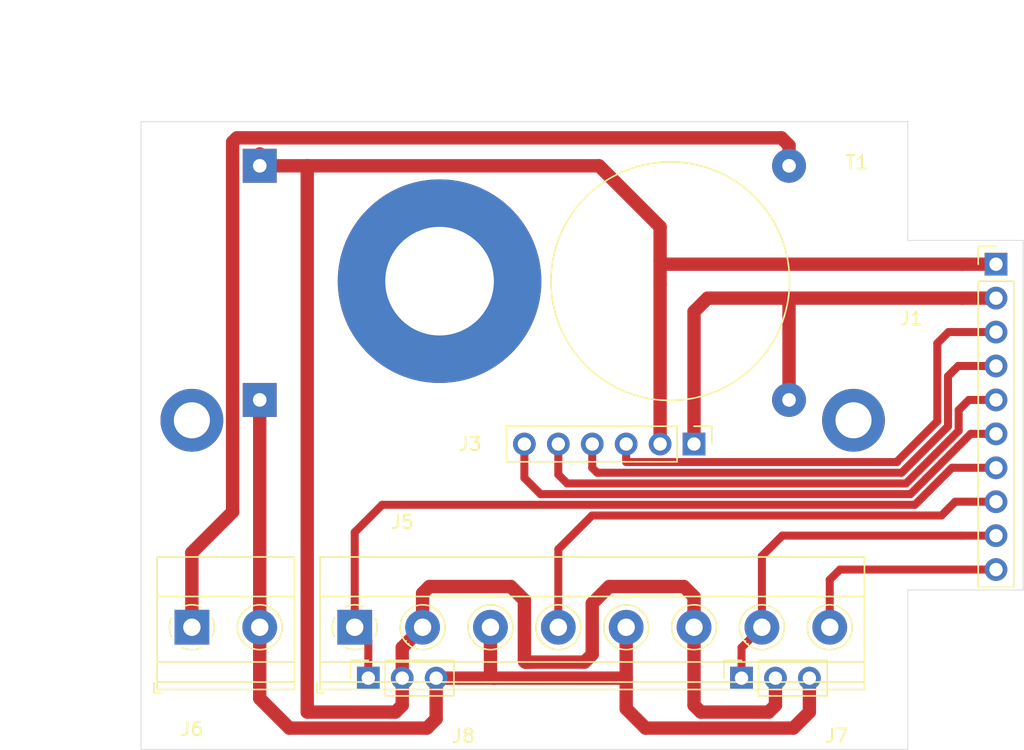
<source format=kicad_pcb>
(kicad_pcb (version 20171130) (host pcbnew "(5.1.7)-1")

  (general
    (thickness 1.6)
    (drawings 17)
    (tracks 117)
    (zones 0)
    (modules 9)
    (nets 12)
  )

  (page A4)
  (layers
    (0 F.Cu signal)
    (31 B.Cu signal)
    (32 B.Adhes user)
    (33 F.Adhes user)
    (34 B.Paste user)
    (35 F.Paste user)
    (36 B.SilkS user)
    (37 F.SilkS user)
    (38 B.Mask user)
    (39 F.Mask user)
    (40 Dwgs.User user)
    (41 Cmts.User user)
    (42 Eco1.User user)
    (43 Eco2.User user)
    (44 Edge.Cuts user)
    (45 Margin user)
    (46 B.CrtYd user)
    (47 F.CrtYd user)
    (48 B.Fab user)
    (49 F.Fab user)
  )

  (setup
    (last_trace_width 0.6)
    (trace_clearance 0.2)
    (zone_clearance 0.508)
    (zone_45_only no)
    (trace_min 0.2)
    (via_size 0.8)
    (via_drill 0.4)
    (via_min_size 0.4)
    (via_min_drill 0.3)
    (uvia_size 0.3)
    (uvia_drill 0.1)
    (uvias_allowed no)
    (uvia_min_size 0.2)
    (uvia_min_drill 0.1)
    (edge_width 0.05)
    (segment_width 0.2)
    (pcb_text_width 0.3)
    (pcb_text_size 1.5 1.5)
    (mod_edge_width 0.12)
    (mod_text_size 1 1)
    (mod_text_width 0.15)
    (pad_size 1.524 1.524)
    (pad_drill 0.762)
    (pad_to_mask_clearance 0)
    (aux_axis_origin 53.34 76.2)
    (visible_elements 7FFFFFFF)
    (pcbplotparams
      (layerselection 0x01080_7fffffff)
      (usegerberextensions false)
      (usegerberattributes true)
      (usegerberadvancedattributes true)
      (creategerberjobfile true)
      (excludeedgelayer true)
      (linewidth 0.100000)
      (plotframeref false)
      (viasonmask false)
      (mode 1)
      (useauxorigin true)
      (hpglpennumber 1)
      (hpglpenspeed 20)
      (hpglpendiameter 15.000000)
      (psnegative false)
      (psa4output false)
      (plotreference true)
      (plotvalue true)
      (plotinvisibletext false)
      (padsonsilk false)
      (subtractmaskfromsilk false)
      (outputformat 1)
      (mirror false)
      (drillshape 0)
      (scaleselection 1)
      (outputdirectory "output/"))
  )

  (net 0 "")
  (net 1 /D45)
  (net 2 /D33)
  (net 3 /A13)
  (net 4 /A11)
  (net 5 /A9)
  (net 6 /A7)
  (net 7 /A5)
  (net 8 /A3)
  (net 9 /GND)
  (net 10 /5V)
  (net 11 /VIN)

  (net_class Default "This is the default net class."
    (clearance 0.2)
    (trace_width 0.6)
    (via_dia 0.8)
    (via_drill 0.4)
    (uvia_dia 0.3)
    (uvia_drill 0.1)
    (add_net /A11)
    (add_net /A13)
    (add_net /A3)
    (add_net /A5)
    (add_net /A7)
    (add_net /A9)
    (add_net /D33)
    (add_net /D45)
  )

  (net_class Power ""
    (clearance 0.2)
    (trace_width 1)
    (via_dia 0.8)
    (via_drill 0.4)
    (uvia_dia 0.3)
    (uvia_drill 0.1)
    (add_net /5V)
    (add_net /GND)
    (add_net /VIN)
  )

  (module Connector_PinSocket_2.54mm:PinSocket_1x03_P2.54mm_Vertical (layer F.Cu) (tedit 5A19A429) (tstamp 5FB8D111)
    (at 98.298 70.866 90)
    (descr "Through hole straight socket strip, 1x03, 2.54mm pitch, single row (from Kicad 4.0.7), script generated")
    (tags "Through hole socket strip THT 1x03 2.54mm single row")
    (path /5FC7D1B1)
    (fp_text reference J7 (at -4.318 7.112 180) (layer F.SilkS)
      (effects (font (size 1 1) (thickness 0.15)))
    )
    (fp_text value RY1 (at -2.794 7.112 180) (layer F.Fab)
      (effects (font (size 1 1) (thickness 0.15)))
    )
    (fp_line (start -1.8 6.85) (end -1.8 -1.8) (layer F.CrtYd) (width 0.05))
    (fp_line (start 1.75 6.85) (end -1.8 6.85) (layer F.CrtYd) (width 0.05))
    (fp_line (start 1.75 -1.8) (end 1.75 6.85) (layer F.CrtYd) (width 0.05))
    (fp_line (start -1.8 -1.8) (end 1.75 -1.8) (layer F.CrtYd) (width 0.05))
    (fp_line (start 0 -1.33) (end 1.33 -1.33) (layer F.SilkS) (width 0.12))
    (fp_line (start 1.33 -1.33) (end 1.33 0) (layer F.SilkS) (width 0.12))
    (fp_line (start 1.33 1.27) (end 1.33 6.41) (layer F.SilkS) (width 0.12))
    (fp_line (start -1.33 6.41) (end 1.33 6.41) (layer F.SilkS) (width 0.12))
    (fp_line (start -1.33 1.27) (end -1.33 6.41) (layer F.SilkS) (width 0.12))
    (fp_line (start -1.33 1.27) (end 1.33 1.27) (layer F.SilkS) (width 0.12))
    (fp_line (start -1.27 6.35) (end -1.27 -1.27) (layer F.Fab) (width 0.1))
    (fp_line (start 1.27 6.35) (end -1.27 6.35) (layer F.Fab) (width 0.1))
    (fp_line (start 1.27 -0.635) (end 1.27 6.35) (layer F.Fab) (width 0.1))
    (fp_line (start 0.635 -1.27) (end 1.27 -0.635) (layer F.Fab) (width 0.1))
    (fp_line (start -1.27 -1.27) (end 0.635 -1.27) (layer F.Fab) (width 0.1))
    (fp_text user %R (at 0 2.54) (layer F.Fab)
      (effects (font (size 1 1) (thickness 0.15)))
    )
    (pad 3 thru_hole oval (at 0 5.08 90) (size 1.7 1.7) (drill 1) (layers *.Cu *.Mask)
      (net 9 /GND))
    (pad 2 thru_hole oval (at 0 2.54 90) (size 1.7 1.7) (drill 1) (layers *.Cu *.Mask)
      (net 10 /5V))
    (pad 1 thru_hole rect (at 0 0 90) (size 1.7 1.7) (drill 1) (layers *.Cu *.Mask)
      (net 2 /D33))
    (model ${KISYS3DMOD}/Connector_PinSocket_2.54mm.3dshapes/PinSocket_1x03_P2.54mm_Vertical.wrl
      (at (xyz 0 0 0))
      (scale (xyz 1 1 1))
      (rotate (xyz 0 0 0))
    )
  )

  (module Connector_PinSocket_2.54mm:PinSocket_1x03_P2.54mm_Vertical (layer F.Cu) (tedit 5A19A429) (tstamp 5FB8D128)
    (at 70.358 70.866 90)
    (descr "Through hole straight socket strip, 1x03, 2.54mm pitch, single row (from Kicad 4.0.7), script generated")
    (tags "Through hole socket strip THT 1x03 2.54mm single row")
    (path /5FC7CCD8)
    (fp_text reference J8 (at -4.318 7.112 180) (layer F.SilkS)
      (effects (font (size 1 1) (thickness 0.15)))
    )
    (fp_text value RY2 (at -2.794 7.112 180) (layer F.Fab)
      (effects (font (size 1 1) (thickness 0.15)))
    )
    (fp_line (start -1.8 6.85) (end -1.8 -1.8) (layer F.CrtYd) (width 0.05))
    (fp_line (start 1.75 6.85) (end -1.8 6.85) (layer F.CrtYd) (width 0.05))
    (fp_line (start 1.75 -1.8) (end 1.75 6.85) (layer F.CrtYd) (width 0.05))
    (fp_line (start -1.8 -1.8) (end 1.75 -1.8) (layer F.CrtYd) (width 0.05))
    (fp_line (start 0 -1.33) (end 1.33 -1.33) (layer F.SilkS) (width 0.12))
    (fp_line (start 1.33 -1.33) (end 1.33 0) (layer F.SilkS) (width 0.12))
    (fp_line (start 1.33 1.27) (end 1.33 6.41) (layer F.SilkS) (width 0.12))
    (fp_line (start -1.33 6.41) (end 1.33 6.41) (layer F.SilkS) (width 0.12))
    (fp_line (start -1.33 1.27) (end -1.33 6.41) (layer F.SilkS) (width 0.12))
    (fp_line (start -1.33 1.27) (end 1.33 1.27) (layer F.SilkS) (width 0.12))
    (fp_line (start -1.27 6.35) (end -1.27 -1.27) (layer F.Fab) (width 0.1))
    (fp_line (start 1.27 6.35) (end -1.27 6.35) (layer F.Fab) (width 0.1))
    (fp_line (start 1.27 -0.635) (end 1.27 6.35) (layer F.Fab) (width 0.1))
    (fp_line (start 0.635 -1.27) (end 1.27 -0.635) (layer F.Fab) (width 0.1))
    (fp_line (start -1.27 -1.27) (end 0.635 -1.27) (layer F.Fab) (width 0.1))
    (fp_text user %R (at 0 2.54) (layer F.Fab)
      (effects (font (size 1 1) (thickness 0.15)))
    )
    (pad 3 thru_hole oval (at 0 5.08 90) (size 1.7 1.7) (drill 1) (layers *.Cu *.Mask)
      (net 9 /GND))
    (pad 2 thru_hole oval (at 0 2.54 90) (size 1.7 1.7) (drill 1) (layers *.Cu *.Mask)
      (net 10 /5V))
    (pad 1 thru_hole rect (at 0 0 90) (size 1.7 1.7) (drill 1) (layers *.Cu *.Mask)
      (net 4 /A11))
    (model ${KISYS3DMOD}/Connector_PinSocket_2.54mm.3dshapes/PinSocket_1x03_P2.54mm_Vertical.wrl
      (at (xyz 0 0 0))
      (scale (xyz 1 1 1))
      (rotate (xyz 0 0 0))
    )
  )

  (module MountingHole:MountingHole_2.7mm_M2.5_DIN965_Pad (layer F.Cu) (tedit 56D1B4CB) (tstamp 5FB8C840)
    (at 106.68 51.562)
    (descr "Mounting Hole 2.7mm, M2.5, DIN965")
    (tags "mounting hole 2.7mm m2.5 din965")
    (attr virtual)
    (fp_text reference REF** (at 0 -0.762) (layer F.SilkS) hide
      (effects (font (size 1 1) (thickness 0.15)))
    )
    (fp_text value BR (at -3.556 2.032) (layer F.Fab)
      (effects (font (size 1 1) (thickness 0.15)))
    )
    (fp_circle (center 0 0) (end 2.6 0) (layer F.CrtYd) (width 0.05))
    (fp_circle (center 0 0) (end 2.35 0) (layer Cmts.User) (width 0.15))
    (fp_text user %R (at 0.3 0) (layer F.Fab)
      (effects (font (size 1 1) (thickness 0.15)))
    )
    (pad 1 thru_hole circle (at 0 0) (size 4.7 4.7) (drill 2.7) (layers *.Cu *.Mask))
  )

  (module MountingHole:MountingHole_2.7mm_M2.5_DIN965_Pad (layer F.Cu) (tedit 56D1B4CB) (tstamp 5FB8C7D4)
    (at 57.15 51.562)
    (descr "Mounting Hole 2.7mm, M2.5, DIN965")
    (tags "mounting hole 2.7mm m2.5 din965")
    (attr virtual)
    (fp_text reference REF** (at 0 -1.27) (layer F.SilkS) hide
      (effects (font (size 1 1) (thickness 0.15)))
    )
    (fp_text value BL (at 1.27 3.556) (layer F.Fab)
      (effects (font (size 1 1) (thickness 0.15)))
    )
    (fp_circle (center 0 0) (end 2.6 0) (layer F.CrtYd) (width 0.05))
    (fp_circle (center 0 0) (end 2.35 0) (layer Cmts.User) (width 0.15))
    (fp_text user %R (at 0.3 0) (layer F.Fab)
      (effects (font (size 1 1) (thickness 0.15)))
    )
    (pad 1 thru_hole circle (at 0 0) (size 4.7 4.7) (drill 2.7) (layers *.Cu *.Mask))
  )

  (module Connector_PinHeader_2.54mm:PinHeader_1x06_P2.54mm_Vertical (layer F.Cu) (tedit 59FED5CC) (tstamp 5FB858AA)
    (at 94.742 53.34 270)
    (descr "Through hole straight pin header, 1x06, 2.54mm pitch, single row")
    (tags "Through hole pin header THT 1x06 2.54mm single row")
    (path /5FBDDEE7)
    (fp_text reference J3 (at 0 16.764 180) (layer F.SilkS)
      (effects (font (size 1 1) (thickness 0.15)))
    )
    (fp_text value IOM (at 1.524 16.764 180) (layer F.Fab)
      (effects (font (size 1 1) (thickness 0.15)))
    )
    (fp_line (start 1.8 -1.8) (end -1.8 -1.8) (layer F.CrtYd) (width 0.05))
    (fp_line (start 1.8 14.5) (end 1.8 -1.8) (layer F.CrtYd) (width 0.05))
    (fp_line (start -1.8 14.5) (end 1.8 14.5) (layer F.CrtYd) (width 0.05))
    (fp_line (start -1.8 -1.8) (end -1.8 14.5) (layer F.CrtYd) (width 0.05))
    (fp_line (start -1.33 -1.33) (end 0 -1.33) (layer F.SilkS) (width 0.12))
    (fp_line (start -1.33 0) (end -1.33 -1.33) (layer F.SilkS) (width 0.12))
    (fp_line (start -1.33 1.27) (end 1.33 1.27) (layer F.SilkS) (width 0.12))
    (fp_line (start 1.33 1.27) (end 1.33 14.03) (layer F.SilkS) (width 0.12))
    (fp_line (start -1.33 1.27) (end -1.33 14.03) (layer F.SilkS) (width 0.12))
    (fp_line (start -1.33 14.03) (end 1.33 14.03) (layer F.SilkS) (width 0.12))
    (fp_line (start -1.27 -0.635) (end -0.635 -1.27) (layer F.Fab) (width 0.1))
    (fp_line (start -1.27 13.97) (end -1.27 -0.635) (layer F.Fab) (width 0.1))
    (fp_line (start 1.27 13.97) (end -1.27 13.97) (layer F.Fab) (width 0.1))
    (fp_line (start 1.27 -1.27) (end 1.27 13.97) (layer F.Fab) (width 0.1))
    (fp_line (start -0.635 -1.27) (end 1.27 -1.27) (layer F.Fab) (width 0.1))
    (fp_text user %R (at 0 16.764) (layer F.Fab)
      (effects (font (size 1 1) (thickness 0.15)))
    )
    (pad 6 thru_hole oval (at 0 12.7 270) (size 1.7 1.7) (drill 1) (layers *.Cu *.Mask)
      (net 5 /A9))
    (pad 5 thru_hole oval (at 0 10.16 270) (size 1.7 1.7) (drill 1) (layers *.Cu *.Mask)
      (net 6 /A7))
    (pad 4 thru_hole oval (at 0 7.62 270) (size 1.7 1.7) (drill 1) (layers *.Cu *.Mask)
      (net 7 /A5))
    (pad 3 thru_hole oval (at 0 5.08 270) (size 1.7 1.7) (drill 1) (layers *.Cu *.Mask)
      (net 8 /A3))
    (pad 2 thru_hole oval (at 0 2.54 270) (size 1.7 1.7) (drill 1) (layers *.Cu *.Mask)
      (net 10 /5V))
    (pad 1 thru_hole rect (at 0 0 270) (size 1.7 1.7) (drill 1) (layers *.Cu *.Mask)
      (net 9 /GND))
    (model ${KISYS3DMOD}/Connector_PinHeader_2.54mm.3dshapes/PinHeader_1x06_P2.54mm_Vertical.wrl
      (at (xyz 0 0 0))
      (scale (xyz 1 1 1))
      (rotate (xyz 0 0 0))
    )
  )

  (module TerminalBlock_Phoenix:TerminalBlock_Phoenix_MKDS-1,5-8-5.08_1x08_P5.08mm_Horizontal (layer F.Cu) (tedit 5B294EC0) (tstamp 5FB8C9C5)
    (at 69.342 67.056)
    (descr "Terminal Block Phoenix MKDS-1,5-8-5.08, 8 pins, pitch 5.08mm, size 40.6x9.8mm^2, drill diamater 1.3mm, pad diameter 2.6mm, see http://www.farnell.com/datasheets/100425.pdf, script-generated using https://github.com/pointhi/kicad-footprint-generator/scripts/TerminalBlock_Phoenix")
    (tags "THT Terminal Block Phoenix MKDS-1,5-8-5.08 pitch 5.08mm size 40.6x9.8mm^2 drill 1.3mm pad 2.6mm")
    (path /5FC663E6)
    (fp_text reference J5 (at 3.556 -7.874) (layer F.SilkS)
      (effects (font (size 1 1) (thickness 0.15)))
    )
    (fp_text value IOB (at 3.556 -6.35) (layer F.Fab)
      (effects (font (size 1 1) (thickness 0.15)))
    )
    (fp_line (start 38.6 -5.71) (end -3.04 -5.71) (layer F.CrtYd) (width 0.05))
    (fp_line (start 38.6 5.1) (end 38.6 -5.71) (layer F.CrtYd) (width 0.05))
    (fp_line (start -3.04 5.1) (end 38.6 5.1) (layer F.CrtYd) (width 0.05))
    (fp_line (start -3.04 -5.71) (end -3.04 5.1) (layer F.CrtYd) (width 0.05))
    (fp_line (start -2.84 4.9) (end -2.34 4.9) (layer F.SilkS) (width 0.12))
    (fp_line (start -2.84 4.16) (end -2.84 4.9) (layer F.SilkS) (width 0.12))
    (fp_line (start 34.333 1.023) (end 34.286 1.069) (layer F.SilkS) (width 0.12))
    (fp_line (start 36.63 -1.275) (end 36.595 -1.239) (layer F.SilkS) (width 0.12))
    (fp_line (start 34.526 1.239) (end 34.491 1.274) (layer F.SilkS) (width 0.12))
    (fp_line (start 36.835 -1.069) (end 36.788 -1.023) (layer F.SilkS) (width 0.12))
    (fp_line (start 36.515 -1.138) (end 34.423 0.955) (layer F.Fab) (width 0.1))
    (fp_line (start 36.698 -0.955) (end 34.606 1.138) (layer F.Fab) (width 0.1))
    (fp_line (start 29.253 1.023) (end 29.206 1.069) (layer F.SilkS) (width 0.12))
    (fp_line (start 31.55 -1.275) (end 31.515 -1.239) (layer F.SilkS) (width 0.12))
    (fp_line (start 29.446 1.239) (end 29.411 1.274) (layer F.SilkS) (width 0.12))
    (fp_line (start 31.755 -1.069) (end 31.708 -1.023) (layer F.SilkS) (width 0.12))
    (fp_line (start 31.435 -1.138) (end 29.343 0.955) (layer F.Fab) (width 0.1))
    (fp_line (start 31.618 -0.955) (end 29.526 1.138) (layer F.Fab) (width 0.1))
    (fp_line (start 24.173 1.023) (end 24.126 1.069) (layer F.SilkS) (width 0.12))
    (fp_line (start 26.47 -1.275) (end 26.435 -1.239) (layer F.SilkS) (width 0.12))
    (fp_line (start 24.366 1.239) (end 24.331 1.274) (layer F.SilkS) (width 0.12))
    (fp_line (start 26.675 -1.069) (end 26.628 -1.023) (layer F.SilkS) (width 0.12))
    (fp_line (start 26.355 -1.138) (end 24.263 0.955) (layer F.Fab) (width 0.1))
    (fp_line (start 26.538 -0.955) (end 24.446 1.138) (layer F.Fab) (width 0.1))
    (fp_line (start 19.093 1.023) (end 19.046 1.069) (layer F.SilkS) (width 0.12))
    (fp_line (start 21.39 -1.275) (end 21.355 -1.239) (layer F.SilkS) (width 0.12))
    (fp_line (start 19.286 1.239) (end 19.251 1.274) (layer F.SilkS) (width 0.12))
    (fp_line (start 21.595 -1.069) (end 21.548 -1.023) (layer F.SilkS) (width 0.12))
    (fp_line (start 21.275 -1.138) (end 19.183 0.955) (layer F.Fab) (width 0.1))
    (fp_line (start 21.458 -0.955) (end 19.366 1.138) (layer F.Fab) (width 0.1))
    (fp_line (start 14.013 1.023) (end 13.966 1.069) (layer F.SilkS) (width 0.12))
    (fp_line (start 16.31 -1.275) (end 16.275 -1.239) (layer F.SilkS) (width 0.12))
    (fp_line (start 14.206 1.239) (end 14.171 1.274) (layer F.SilkS) (width 0.12))
    (fp_line (start 16.515 -1.069) (end 16.468 -1.023) (layer F.SilkS) (width 0.12))
    (fp_line (start 16.195 -1.138) (end 14.103 0.955) (layer F.Fab) (width 0.1))
    (fp_line (start 16.378 -0.955) (end 14.286 1.138) (layer F.Fab) (width 0.1))
    (fp_line (start 8.933 1.023) (end 8.886 1.069) (layer F.SilkS) (width 0.12))
    (fp_line (start 11.23 -1.275) (end 11.195 -1.239) (layer F.SilkS) (width 0.12))
    (fp_line (start 9.126 1.239) (end 9.091 1.274) (layer F.SilkS) (width 0.12))
    (fp_line (start 11.435 -1.069) (end 11.388 -1.023) (layer F.SilkS) (width 0.12))
    (fp_line (start 11.115 -1.138) (end 9.023 0.955) (layer F.Fab) (width 0.1))
    (fp_line (start 11.298 -0.955) (end 9.206 1.138) (layer F.Fab) (width 0.1))
    (fp_line (start 3.853 1.023) (end 3.806 1.069) (layer F.SilkS) (width 0.12))
    (fp_line (start 6.15 -1.275) (end 6.115 -1.239) (layer F.SilkS) (width 0.12))
    (fp_line (start 4.046 1.239) (end 4.011 1.274) (layer F.SilkS) (width 0.12))
    (fp_line (start 6.355 -1.069) (end 6.308 -1.023) (layer F.SilkS) (width 0.12))
    (fp_line (start 6.035 -1.138) (end 3.943 0.955) (layer F.Fab) (width 0.1))
    (fp_line (start 6.218 -0.955) (end 4.126 1.138) (layer F.Fab) (width 0.1))
    (fp_line (start 0.955 -1.138) (end -1.138 0.955) (layer F.Fab) (width 0.1))
    (fp_line (start 1.138 -0.955) (end -0.955 1.138) (layer F.Fab) (width 0.1))
    (fp_line (start 38.16 -5.261) (end 38.16 4.66) (layer F.SilkS) (width 0.12))
    (fp_line (start -2.6 -5.261) (end -2.6 4.66) (layer F.SilkS) (width 0.12))
    (fp_line (start -2.6 4.66) (end 38.16 4.66) (layer F.SilkS) (width 0.12))
    (fp_line (start -2.6 -5.261) (end 38.16 -5.261) (layer F.SilkS) (width 0.12))
    (fp_line (start -2.6 -2.301) (end 38.16 -2.301) (layer F.SilkS) (width 0.12))
    (fp_line (start -2.54 -2.3) (end 38.1 -2.3) (layer F.Fab) (width 0.1))
    (fp_line (start -2.6 2.6) (end 38.16 2.6) (layer F.SilkS) (width 0.12))
    (fp_line (start -2.54 2.6) (end 38.1 2.6) (layer F.Fab) (width 0.1))
    (fp_line (start -2.6 4.1) (end 38.16 4.1) (layer F.SilkS) (width 0.12))
    (fp_line (start -2.54 4.1) (end 38.1 4.1) (layer F.Fab) (width 0.1))
    (fp_line (start -2.54 4.1) (end -2.54 -5.2) (layer F.Fab) (width 0.1))
    (fp_line (start -2.04 4.6) (end -2.54 4.1) (layer F.Fab) (width 0.1))
    (fp_line (start 38.1 4.6) (end -2.04 4.6) (layer F.Fab) (width 0.1))
    (fp_line (start 38.1 -5.2) (end 38.1 4.6) (layer F.Fab) (width 0.1))
    (fp_line (start -2.54 -5.2) (end 38.1 -5.2) (layer F.Fab) (width 0.1))
    (fp_circle (center 35.56 0) (end 37.24 0) (layer F.SilkS) (width 0.12))
    (fp_circle (center 35.56 0) (end 37.06 0) (layer F.Fab) (width 0.1))
    (fp_circle (center 30.48 0) (end 32.16 0) (layer F.SilkS) (width 0.12))
    (fp_circle (center 30.48 0) (end 31.98 0) (layer F.Fab) (width 0.1))
    (fp_circle (center 25.4 0) (end 27.08 0) (layer F.SilkS) (width 0.12))
    (fp_circle (center 25.4 0) (end 26.9 0) (layer F.Fab) (width 0.1))
    (fp_circle (center 20.32 0) (end 22 0) (layer F.SilkS) (width 0.12))
    (fp_circle (center 20.32 0) (end 21.82 0) (layer F.Fab) (width 0.1))
    (fp_circle (center 15.24 0) (end 16.92 0) (layer F.SilkS) (width 0.12))
    (fp_circle (center 15.24 0) (end 16.74 0) (layer F.Fab) (width 0.1))
    (fp_circle (center 10.16 0) (end 11.84 0) (layer F.SilkS) (width 0.12))
    (fp_circle (center 10.16 0) (end 11.66 0) (layer F.Fab) (width 0.1))
    (fp_circle (center 5.08 0) (end 6.76 0) (layer F.SilkS) (width 0.12))
    (fp_circle (center 5.08 0) (end 6.58 0) (layer F.Fab) (width 0.1))
    (fp_circle (center 0 0) (end 1.5 0) (layer F.Fab) (width 0.1))
    (fp_text user %R (at 3.556 -7.874) (layer F.Fab)
      (effects (font (size 1 1) (thickness 0.15)))
    )
    (fp_arc (start 0 0) (end -0.684 1.535) (angle -25) (layer F.SilkS) (width 0.12))
    (fp_arc (start 0 0) (end -1.535 -0.684) (angle -48) (layer F.SilkS) (width 0.12))
    (fp_arc (start 0 0) (end 0.684 -1.535) (angle -48) (layer F.SilkS) (width 0.12))
    (fp_arc (start 0 0) (end 1.535 0.684) (angle -48) (layer F.SilkS) (width 0.12))
    (fp_arc (start 0 0) (end 0 1.68) (angle -24) (layer F.SilkS) (width 0.12))
    (pad 8 thru_hole circle (at 35.56 0) (size 2.6 2.6) (drill 1.3) (layers *.Cu *.Mask)
      (net 1 /D45))
    (pad 7 thru_hole circle (at 30.48 0) (size 2.6 2.6) (drill 1.3) (layers *.Cu *.Mask)
      (net 2 /D33))
    (pad 6 thru_hole circle (at 25.4 0) (size 2.6 2.6) (drill 1.3) (layers *.Cu *.Mask)
      (net 10 /5V))
    (pad 5 thru_hole circle (at 20.32 0) (size 2.6 2.6) (drill 1.3) (layers *.Cu *.Mask)
      (net 9 /GND))
    (pad 4 thru_hole circle (at 15.24 0) (size 2.6 2.6) (drill 1.3) (layers *.Cu *.Mask)
      (net 3 /A13))
    (pad 3 thru_hole circle (at 10.16 0) (size 2.6 2.6) (drill 1.3) (layers *.Cu *.Mask)
      (net 9 /GND))
    (pad 2 thru_hole circle (at 5.08 0) (size 2.6 2.6) (drill 1.3) (layers *.Cu *.Mask)
      (net 10 /5V))
    (pad 1 thru_hole rect (at 0 0) (size 2.6 2.6) (drill 1.3) (layers *.Cu *.Mask)
      (net 4 /A11))
    (model ${KISYS3DMOD}/TerminalBlock_Phoenix.3dshapes/TerminalBlock_Phoenix_MKDS-1,5-8-5.08_1x08_P5.08mm_Horizontal.wrl
      (at (xyz 0 0 0))
      (scale (xyz 1 1 1))
      (rotate (xyz 0 0 0))
    )
  )

  (module TerminalBlock_Phoenix:TerminalBlock_Phoenix_MKDS-1,5-2-5.08_1x02_P5.08mm_Horizontal (layer F.Cu) (tedit 5B294EBC) (tstamp 5FB85964)
    (at 57.15 67.056)
    (descr "Terminal Block Phoenix MKDS-1,5-2-5.08, 2 pins, pitch 5.08mm, size 10.2x9.8mm^2, drill diamater 1.3mm, pad diameter 2.6mm, see http://www.farnell.com/datasheets/100425.pdf, script-generated using https://github.com/pointhi/kicad-footprint-generator/scripts/TerminalBlock_Phoenix")
    (tags "THT Terminal Block Phoenix MKDS-1,5-2-5.08 pitch 5.08mm size 10.2x9.8mm^2 drill 1.3mm pad 2.6mm")
    (path /5FBE156F)
    (fp_text reference J6 (at 0 7.62) (layer F.SilkS)
      (effects (font (size 1 1) (thickness 0.15)))
    )
    (fp_text value PWR (at 0 6.096) (layer F.Fab)
      (effects (font (size 1 1) (thickness 0.15)))
    )
    (fp_line (start 8.13 -5.71) (end -3.04 -5.71) (layer F.CrtYd) (width 0.05))
    (fp_line (start 8.13 5.1) (end 8.13 -5.71) (layer F.CrtYd) (width 0.05))
    (fp_line (start -3.04 5.1) (end 8.13 5.1) (layer F.CrtYd) (width 0.05))
    (fp_line (start -3.04 -5.71) (end -3.04 5.1) (layer F.CrtYd) (width 0.05))
    (fp_line (start -2.84 4.9) (end -2.34 4.9) (layer F.SilkS) (width 0.12))
    (fp_line (start -2.84 4.16) (end -2.84 4.9) (layer F.SilkS) (width 0.12))
    (fp_line (start 3.853 1.023) (end 3.806 1.069) (layer F.SilkS) (width 0.12))
    (fp_line (start 6.15 -1.275) (end 6.115 -1.239) (layer F.SilkS) (width 0.12))
    (fp_line (start 4.046 1.239) (end 4.011 1.274) (layer F.SilkS) (width 0.12))
    (fp_line (start 6.355 -1.069) (end 6.308 -1.023) (layer F.SilkS) (width 0.12))
    (fp_line (start 6.035 -1.138) (end 3.943 0.955) (layer F.Fab) (width 0.1))
    (fp_line (start 6.218 -0.955) (end 4.126 1.138) (layer F.Fab) (width 0.1))
    (fp_line (start 0.955 -1.138) (end -1.138 0.955) (layer F.Fab) (width 0.1))
    (fp_line (start 1.138 -0.955) (end -0.955 1.138) (layer F.Fab) (width 0.1))
    (fp_line (start 7.68 -5.261) (end 7.68 4.66) (layer F.SilkS) (width 0.12))
    (fp_line (start -2.6 -5.261) (end -2.6 4.66) (layer F.SilkS) (width 0.12))
    (fp_line (start -2.6 4.66) (end 7.68 4.66) (layer F.SilkS) (width 0.12))
    (fp_line (start -2.6 -5.261) (end 7.68 -5.261) (layer F.SilkS) (width 0.12))
    (fp_line (start -2.6 -2.301) (end 7.68 -2.301) (layer F.SilkS) (width 0.12))
    (fp_line (start -2.54 -2.3) (end 7.62 -2.3) (layer F.Fab) (width 0.1))
    (fp_line (start -2.6 2.6) (end 7.68 2.6) (layer F.SilkS) (width 0.12))
    (fp_line (start -2.54 2.6) (end 7.62 2.6) (layer F.Fab) (width 0.1))
    (fp_line (start -2.6 4.1) (end 7.68 4.1) (layer F.SilkS) (width 0.12))
    (fp_line (start -2.54 4.1) (end 7.62 4.1) (layer F.Fab) (width 0.1))
    (fp_line (start -2.54 4.1) (end -2.54 -5.2) (layer F.Fab) (width 0.1))
    (fp_line (start -2.04 4.6) (end -2.54 4.1) (layer F.Fab) (width 0.1))
    (fp_line (start 7.62 4.6) (end -2.04 4.6) (layer F.Fab) (width 0.1))
    (fp_line (start 7.62 -5.2) (end 7.62 4.6) (layer F.Fab) (width 0.1))
    (fp_line (start -2.54 -5.2) (end 7.62 -5.2) (layer F.Fab) (width 0.1))
    (fp_circle (center 5.08 0) (end 6.76 0) (layer F.SilkS) (width 0.12))
    (fp_circle (center 5.08 0) (end 6.58 0) (layer F.Fab) (width 0.1))
    (fp_circle (center 0 0) (end 1.5 0) (layer F.Fab) (width 0.1))
    (fp_text user %R (at 0 7.62) (layer F.Fab)
      (effects (font (size 1 1) (thickness 0.15)))
    )
    (fp_arc (start 0 0) (end -0.684 1.535) (angle -25) (layer F.SilkS) (width 0.12))
    (fp_arc (start 0 0) (end -1.535 -0.684) (angle -48) (layer F.SilkS) (width 0.12))
    (fp_arc (start 0 0) (end 0.684 -1.535) (angle -48) (layer F.SilkS) (width 0.12))
    (fp_arc (start 0 0) (end 1.535 0.684) (angle -48) (layer F.SilkS) (width 0.12))
    (fp_arc (start 0 0) (end 0 1.68) (angle -24) (layer F.SilkS) (width 0.12))
    (pad 2 thru_hole circle (at 5.08 0) (size 2.6 2.6) (drill 1.3) (layers *.Cu *.Mask)
      (net 9 /GND))
    (pad 1 thru_hole rect (at 0 0) (size 2.6 2.6) (drill 1.3) (layers *.Cu *.Mask)
      (net 11 /VIN))
    (model ${KISYS3DMOD}/TerminalBlock_Phoenix.3dshapes/TerminalBlock_Phoenix_MKDS-1,5-2-5.08_1x02_P5.08mm_Horizontal.wrl
      (at (xyz 0 0 0))
      (scale (xyz 1 1 1))
      (rotate (xyz 0 0 0))
    )
  )

  (module Transformer_THT:Transformer_Toroid_Horizontal_D18.0mm (layer F.Cu) (tedit 5FB794EE) (tstamp 5FB7E052)
    (at 101.854 47.498 180)
    (descr "Transformer, Toroid, tapped, horizontal, laying, Diameter 18mm, ")
    (tags "Transformer Toroid tapped horizontal laying Diameter 18mm ")
    (path /5FBAD326)
    (fp_text reference T1 (at -5.08 15.24) (layer F.SilkS)
      (effects (font (size 1 1) (thickness 0.15)))
    )
    (fp_text value LM2596 (at -5.08 13.208) (layer F.Fab)
      (effects (font (size 1 1) (thickness 0.15)))
    )
    (fp_circle (center 8.89 6.35) (end 17.78 6.35) (layer F.Fab) (width 0.1))
    (fp_circle (center 8.89 6.35) (end 17.49 8.75) (layer F.SilkS) (width 0.12))
    (fp_line (start 19.3 15.49) (end -1.52 15.49) (layer F.CrtYd) (width 0.05))
    (fp_line (start 19.3 15.49) (end 19.3 -2.79) (layer F.CrtYd) (width 0.05))
    (fp_line (start -1.52 -2.79) (end -1.52 15.49) (layer F.CrtYd) (width 0.05))
    (fp_line (start -1.52 -2.79) (end 19.3 -2.79) (layer F.CrtYd) (width 0.05))
    (fp_text user %R (at -5.08 15.24) (layer F.Fab)
      (effects (font (size 1 1) (thickness 0.15)))
    )
    (pad 4 thru_hole rect (at 39.624 14.986 180) (size 2.54 2.54) (drill 1.02) (layers *.Cu *.Mask)
      (net 10 /5V))
    (pad 3 thru_hole rect (at 39.624 -2.54 180) (size 2.54 2.54) (drill 1.02) (layers *.Cu *.Mask)
      (net 9 /GND))
    (pad 2 thru_hole circle (at 0 14.986 180) (size 2.54 2.54) (drill 1.02) (layers *.Cu *.Mask)
      (net 11 /VIN))
    (pad 1 thru_hole circle (at 0 -2.54 180) (size 2.54 2.54) (drill 1.02) (layers *.Cu *.Mask)
      (net 9 /GND))
    (pad "" thru_hole circle (at 26.162 6.35 180) (size 15.24 15.24) (drill 8.13) (layers *.Cu *.Mask))
    (model ${KISYS3DMOD}/Transformer_THT.3dshapes/Transformer_Toroid_Horizontal_D18.0mm.wrl
      (at (xyz 0 0 0))
      (scale (xyz 1 1 1))
      (rotate (xyz 0 0 0))
    )
  )

  (module Connector_PinHeader_2.54mm:PinHeader_1x10_P2.54mm_Vertical (layer F.Cu) (tedit 59FED5CC) (tstamp 5FB7A4C0)
    (at 117.348 39.878)
    (descr "Through hole straight pin header, 1x10, 2.54mm pitch, single row")
    (tags "Through hole pin header THT 1x10 2.54mm single row")
    (path /5FB7D498)
    (fp_text reference J1 (at -6.35 4.064) (layer F.SilkS)
      (effects (font (size 1 1) (thickness 0.15)))
    )
    (fp_text value IOP (at -6.096 5.588) (layer F.Fab)
      (effects (font (size 1 1) (thickness 0.15)))
    )
    (fp_line (start 1.8 -1.8) (end -1.8 -1.8) (layer F.CrtYd) (width 0.05))
    (fp_line (start 1.8 24.65) (end 1.8 -1.8) (layer F.CrtYd) (width 0.05))
    (fp_line (start -1.8 24.65) (end 1.8 24.65) (layer F.CrtYd) (width 0.05))
    (fp_line (start -1.8 -1.8) (end -1.8 24.65) (layer F.CrtYd) (width 0.05))
    (fp_line (start -1.33 -1.33) (end 0 -1.33) (layer F.SilkS) (width 0.12))
    (fp_line (start -1.33 0) (end -1.33 -1.33) (layer F.SilkS) (width 0.12))
    (fp_line (start -1.33 1.27) (end 1.33 1.27) (layer F.SilkS) (width 0.12))
    (fp_line (start 1.33 1.27) (end 1.33 24.19) (layer F.SilkS) (width 0.12))
    (fp_line (start -1.33 1.27) (end -1.33 24.19) (layer F.SilkS) (width 0.12))
    (fp_line (start -1.33 24.19) (end 1.33 24.19) (layer F.SilkS) (width 0.12))
    (fp_line (start -1.27 -0.635) (end -0.635 -1.27) (layer F.Fab) (width 0.1))
    (fp_line (start -1.27 24.13) (end -1.27 -0.635) (layer F.Fab) (width 0.1))
    (fp_line (start 1.27 24.13) (end -1.27 24.13) (layer F.Fab) (width 0.1))
    (fp_line (start 1.27 -1.27) (end 1.27 24.13) (layer F.Fab) (width 0.1))
    (fp_line (start -0.635 -1.27) (end 1.27 -1.27) (layer F.Fab) (width 0.1))
    (fp_text user %R (at -6.35 4.064 180) (layer F.Fab)
      (effects (font (size 1 1) (thickness 0.15)))
    )
    (pad 10 thru_hole oval (at 0 22.86) (size 1.7 1.7) (drill 1) (layers *.Cu *.Mask)
      (net 1 /D45))
    (pad 9 thru_hole oval (at 0 20.32) (size 1.7 1.7) (drill 1) (layers *.Cu *.Mask)
      (net 2 /D33))
    (pad 8 thru_hole oval (at 0 17.78) (size 1.7 1.7) (drill 1) (layers *.Cu *.Mask)
      (net 3 /A13))
    (pad 7 thru_hole oval (at 0 15.24) (size 1.7 1.7) (drill 1) (layers *.Cu *.Mask)
      (net 4 /A11))
    (pad 6 thru_hole oval (at 0 12.7) (size 1.7 1.7) (drill 1) (layers *.Cu *.Mask)
      (net 5 /A9))
    (pad 5 thru_hole oval (at 0 10.16) (size 1.7 1.7) (drill 1) (layers *.Cu *.Mask)
      (net 6 /A7))
    (pad 4 thru_hole oval (at 0 7.62) (size 1.7 1.7) (drill 1) (layers *.Cu *.Mask)
      (net 7 /A5))
    (pad 3 thru_hole oval (at 0 5.08) (size 1.7 1.7) (drill 1) (layers *.Cu *.Mask)
      (net 8 /A3))
    (pad 2 thru_hole oval (at 0 2.54) (size 1.7 1.7) (drill 1) (layers *.Cu *.Mask)
      (net 9 /GND))
    (pad 1 thru_hole rect (at 0 0) (size 1.7 1.7) (drill 1) (layers *.Cu *.Mask)
      (net 10 /5V))
    (model ${KISYS3DMOD}/Connector_PinHeader_2.54mm.3dshapes/PinHeader_1x10_P2.54mm_Vertical.wrl
      (at (xyz 0 0 0))
      (scale (xyz 1 1 1))
      (rotate (xyz 0 0 0))
    )
  )

  (dimension 66.04 (width 0.15) (layer Dwgs.User)
    (gr_text "66.040 mm" (at 86.36 20.798) (layer Dwgs.User)
      (effects (font (size 1 1) (thickness 0.15)))
    )
    (feature1 (pts (xy 53.34 38.1) (xy 53.34 21.511579)))
    (feature2 (pts (xy 119.38 38.1) (xy 119.38 21.511579)))
    (crossbar (pts (xy 119.38 22.098) (xy 53.34 22.098)))
    (arrow1a (pts (xy 53.34 22.098) (xy 54.466504 21.511579)))
    (arrow1b (pts (xy 53.34 22.098) (xy 54.466504 22.684421)))
    (arrow2a (pts (xy 119.38 22.098) (xy 118.253496 21.511579)))
    (arrow2b (pts (xy 119.38 22.098) (xy 118.253496 22.684421)))
  )
  (dimension 46.99 (width 0.15) (layer Dwgs.User)
    (gr_text "46.990 mm" (at 46.452 52.705 90) (layer Dwgs.User)
      (effects (font (size 1 1) (thickness 0.15)))
    )
    (feature1 (pts (xy 53.34 29.21) (xy 47.165579 29.21)))
    (feature2 (pts (xy 53.34 76.2) (xy 47.165579 76.2)))
    (crossbar (pts (xy 47.752 76.2) (xy 47.752 29.21)))
    (arrow1a (pts (xy 47.752 29.21) (xy 48.338421 30.336504)))
    (arrow1b (pts (xy 47.752 29.21) (xy 47.165579 30.336504)))
    (arrow2a (pts (xy 47.752 76.2) (xy 48.338421 75.073496)))
    (arrow2b (pts (xy 47.752 76.2) (xy 47.165579 75.073496)))
  )
  (gr_line (start 53.34 76.2) (end 110.744 76.2) (layer Edge.Cuts) (width 0.05) (tstamp 5FBCD80A))
  (gr_line (start 110.744 76.2) (end 110.744 64.262) (layer Edge.Cuts) (width 0.05) (tstamp 5FBCD7F5))
  (gr_line (start 53.34 76.2) (end 53.34 29.21) (layer Edge.Cuts) (width 0.05) (tstamp 5FBCD730))
  (dimension 15.24 (width 0.15) (layer Dwgs.User)
    (gr_text "15.240 mm" (at 50.008 55.88 270) (layer Dwgs.User)
      (effects (font (size 1 1) (thickness 0.15)))
    )
    (feature1 (pts (xy 53.34 63.5) (xy 50.721579 63.5)))
    (feature2 (pts (xy 53.34 48.26) (xy 50.721579 48.26)))
    (crossbar (pts (xy 51.308 48.26) (xy 51.308 63.5)))
    (arrow1a (pts (xy 51.308 63.5) (xy 50.721579 62.373496)))
    (arrow1b (pts (xy 51.308 63.5) (xy 51.894421 62.373496)))
    (arrow2a (pts (xy 51.308 48.26) (xy 50.721579 49.386504)))
    (arrow2b (pts (xy 51.308 48.26) (xy 51.894421 49.386504)))
  )
  (gr_line (start 110.744 64.262) (end 119.38 64.262) (layer Edge.Cuts) (width 0.05) (tstamp 5FBA6E8B))
  (gr_line (start 110.744 38.1) (end 119.38 38.1) (layer Edge.Cuts) (width 0.05) (tstamp 5FBA6E70))
  (gr_line (start 119.38 64.262) (end 119.38 38.1) (layer Edge.Cuts) (width 0.05))
  (dimension 57.404 (width 0.15) (layer Dwgs.User)
    (gr_text "57.404 mm" (at 82.042 24.354) (layer Dwgs.User)
      (effects (font (size 1 1) (thickness 0.15)))
    )
    (feature1 (pts (xy 110.744 29.21) (xy 110.744 25.067579)))
    (feature2 (pts (xy 53.34 29.21) (xy 53.34 25.067579)))
    (crossbar (pts (xy 53.34 25.654) (xy 110.744 25.654)))
    (arrow1a (pts (xy 110.744 25.654) (xy 109.617496 26.240421)))
    (arrow1b (pts (xy 110.744 25.654) (xy 109.617496 25.067579)))
    (arrow2a (pts (xy 53.34 25.654) (xy 54.466504 26.240421)))
    (arrow2b (pts (xy 53.34 25.654) (xy 54.466504 25.067579)))
  )
  (gr_line (start 53.34 48.26) (end 112.776 48.26) (layer Dwgs.User) (width 0.15))
  (gr_line (start 110.744 29.21) (end 53.34 29.21) (layer Edge.Cuts) (width 0.05))
  (gr_line (start 110.744 38.1) (end 110.744 29.21) (layer Edge.Cuts) (width 0.05))
  (gr_line (start 103.632 30.734) (end 60.452 30.734) (layer Dwgs.User) (width 0.15) (tstamp 5FB7C10D))
  (gr_line (start 60.452 51.816) (end 60.452 30.734) (layer Dwgs.User) (width 0.15) (tstamp 5FB7C32C))
  (gr_line (start 60.452 51.816) (end 103.632 51.816) (layer Dwgs.User) (width 0.15))
  (gr_line (start 103.632 30.734) (end 103.632 51.816) (layer Dwgs.User) (width 0.15))

  (segment (start 114.808 62.738) (end 105.664 62.738) (width 0.6) (layer F.Cu) (net 1))
  (segment (start 104.902 63.5) (end 104.902 67.056) (width 0.6) (layer F.Cu) (net 1))
  (segment (start 105.664 62.738) (end 104.902 63.5) (width 0.6) (layer F.Cu) (net 1))
  (segment (start 114.808 62.738) (end 117.348 62.738) (width 0.6) (layer F.Cu) (net 1))
  (segment (start 98.298 68.58) (end 99.822 67.056) (width 0.6) (layer F.Cu) (net 2))
  (segment (start 98.298 70.866) (end 98.298 68.58) (width 0.6) (layer F.Cu) (net 2))
  (segment (start 114.808 60.198) (end 101.346 60.198) (width 0.6) (layer F.Cu) (net 2))
  (segment (start 99.822 61.722) (end 99.822 67.056) (width 0.6) (layer F.Cu) (net 2))
  (segment (start 101.346 60.198) (end 99.822 61.722) (width 0.6) (layer F.Cu) (net 2))
  (segment (start 114.808 60.198) (end 117.348 60.198) (width 0.6) (layer F.Cu) (net 2))
  (segment (start 84.582 61.214) (end 84.582 67.056) (width 0.6) (layer F.Cu) (net 3))
  (segment (start 87.105949 58.690051) (end 84.582 61.214) (width 0.6) (layer F.Cu) (net 3))
  (segment (start 113.267949 58.690051) (end 87.105949 58.690051) (width 0.6) (layer F.Cu) (net 3))
  (segment (start 114.3 57.658) (end 113.267949 58.690051) (width 0.6) (layer F.Cu) (net 3))
  (segment (start 117.348 57.658) (end 114.3 57.658) (width 0.6) (layer F.Cu) (net 3))
  (segment (start 70.358 68.072) (end 69.342 67.056) (width 0.6) (layer F.Cu) (net 4))
  (segment (start 70.358 70.866) (end 70.358 68.072) (width 0.6) (layer F.Cu) (net 4))
  (segment (start 69.342 59.944) (end 69.342 67.056) (width 0.6) (layer F.Cu) (net 4))
  (segment (start 71.395959 57.890041) (end 69.342 59.944) (width 0.6) (layer F.Cu) (net 4))
  (segment (start 111.273959 57.890041) (end 71.395959 57.890041) (width 0.6) (layer F.Cu) (net 4))
  (segment (start 114.046 55.118) (end 111.273959 57.890041) (width 0.6) (layer F.Cu) (net 4))
  (segment (start 117.348 55.118) (end 114.046 55.118) (width 0.6) (layer F.Cu) (net 4))
  (segment (start 115.454616 52.578) (end 117.348 52.578) (width 0.6) (layer F.Cu) (net 5))
  (segment (start 110.942585 57.090031) (end 115.454616 52.578) (width 0.6) (layer F.Cu) (net 5))
  (segment (start 83.252031 57.090031) (end 110.942585 57.090031) (width 0.6) (layer F.Cu) (net 5))
  (segment (start 82.042 55.88) (end 83.252031 57.090031) (width 0.6) (layer F.Cu) (net 5))
  (segment (start 82.042 53.34) (end 82.042 55.88) (width 0.6) (layer F.Cu) (net 5))
  (segment (start 115.316 50.038) (end 117.348 50.038) (width 0.6) (layer F.Cu) (net 6))
  (segment (start 114.554 50.8) (end 115.316 50.038) (width 0.6) (layer F.Cu) (net 6))
  (segment (start 114.554 52.347232) (end 114.554 50.8) (width 0.6) (layer F.Cu) (net 6))
  (segment (start 110.611211 56.290021) (end 114.554 52.347232) (width 0.6) (layer F.Cu) (net 6))
  (segment (start 85.246021 56.290021) (end 110.611211 56.290021) (width 0.6) (layer F.Cu) (net 6))
  (segment (start 84.582 55.626) (end 85.246021 56.290021) (width 0.6) (layer F.Cu) (net 6))
  (segment (start 84.582 53.34) (end 84.582 55.626) (width 0.6) (layer F.Cu) (net 6))
  (segment (start 87.122 55.118) (end 87.122 53.34) (width 0.6) (layer F.Cu) (net 7))
  (segment (start 87.494011 55.490011) (end 87.122 55.118) (width 0.6) (layer F.Cu) (net 7))
  (segment (start 110.279837 55.490011) (end 87.494011 55.490011) (width 0.6) (layer F.Cu) (net 7))
  (segment (start 113.75399 52.015858) (end 110.279837 55.490011) (width 0.6) (layer F.Cu) (net 7))
  (segment (start 113.75399 48.26) (end 113.75399 52.015858) (width 0.6) (layer F.Cu) (net 7))
  (segment (start 114.51599 47.498) (end 113.75399 48.26) (width 0.6) (layer F.Cu) (net 7))
  (segment (start 117.348 47.498) (end 114.51599 47.498) (width 0.6) (layer F.Cu) (net 7))
  (segment (start 109.948463 54.690001) (end 89.662 54.690001) (width 0.6) (layer F.Cu) (net 8))
  (segment (start 112.95398 51.63802) (end 109.948463 54.643537) (width 0.6) (layer F.Cu) (net 8))
  (segment (start 89.662 54.690001) (end 89.662 53.34) (width 0.6) (layer F.Cu) (net 8))
  (segment (start 112.95398 45.79602) (end 112.95398 51.63802) (width 0.6) (layer F.Cu) (net 8))
  (segment (start 109.948463 54.643537) (end 109.948463 54.690001) (width 0.6) (layer F.Cu) (net 8))
  (segment (start 113.792 44.958) (end 112.95398 45.79602) (width 0.6) (layer F.Cu) (net 8))
  (segment (start 117.348 44.958) (end 113.792 44.958) (width 0.6) (layer F.Cu) (net 8))
  (segment (start 75.438 70.866) (end 75.692 70.866) (width 1) (layer F.Cu) (net 9))
  (segment (start 75.438 71.225151) (end 75.438 70.866) (width 1) (layer F.Cu) (net 9))
  (segment (start 62.23 50.038) (end 62.23 67.056) (width 1) (layer F.Cu) (net 9))
  (segment (start 62.23 72.39) (end 62.23 67.056) (width 1) (layer F.Cu) (net 9))
  (segment (start 64.44601 74.60601) (end 62.23 72.39) (width 1) (layer F.Cu) (net 9))
  (segment (start 74.74599 74.60601) (end 64.44601 74.60601) (width 1) (layer F.Cu) (net 9))
  (segment (start 75.438 73.914) (end 74.74599 74.60601) (width 1) (layer F.Cu) (net 9))
  (segment (start 75.438 70.866) (end 75.438 73.914) (width 1) (layer F.Cu) (net 9))
  (segment (start 91.11601 74.60601) (end 102.17799 74.60601) (width 1) (layer F.Cu) (net 9))
  (segment (start 89.662 73.152) (end 91.11601 74.60601) (width 1) (layer F.Cu) (net 9))
  (segment (start 103.378 73.406) (end 103.378 70.866) (width 1) (layer F.Cu) (net 9))
  (segment (start 102.17799 74.60601) (end 103.378 73.406) (width 1) (layer F.Cu) (net 9))
  (segment (start 89.662 70.866) (end 89.662 73.152) (width 1) (layer F.Cu) (net 9))
  (segment (start 89.662 67.056) (end 89.662 70.866) (width 1) (layer F.Cu) (net 9))
  (segment (start 79.502 70.612) (end 79.756 70.866) (width 1) (layer F.Cu) (net 9))
  (segment (start 79.502 67.056) (end 79.502 70.612) (width 1) (layer F.Cu) (net 9))
  (segment (start 79.756 70.866) (end 89.662 70.866) (width 1) (layer F.Cu) (net 9))
  (segment (start 75.438 70.866) (end 79.756 70.866) (width 1) (layer F.Cu) (net 9))
  (segment (start 94.742 43.434) (end 94.742 53.34) (width 1) (layer F.Cu) (net 9))
  (segment (start 95.758 42.418) (end 94.742 43.434) (width 1) (layer F.Cu) (net 9))
  (segment (start 101.854 42.672) (end 102.108 42.418) (width 1) (layer F.Cu) (net 9))
  (segment (start 101.854 50.038) (end 101.854 42.672) (width 1) (layer F.Cu) (net 9))
  (segment (start 102.108 42.418) (end 95.758 42.418) (width 1) (layer F.Cu) (net 9))
  (segment (start 114.808 42.418) (end 102.108 42.418) (width 1) (layer F.Cu) (net 9))
  (segment (start 114.808 42.418) (end 117.348 42.418) (width 1) (layer F.Cu) (net 9))
  (segment (start 62.23 32.512) (end 62.23 31.619998) (width 1) (layer F.Cu) (net 10))
  (segment (start 72.898 68.58) (end 74.422 67.056) (width 1) (layer F.Cu) (net 10))
  (segment (start 72.898 70.866) (end 72.898 68.58) (width 1) (layer F.Cu) (net 10))
  (segment (start 72.898 70.866) (end 72.898 72.898) (width 1) (layer F.Cu) (net 10))
  (segment (start 72.898 72.898) (end 72.39 73.406) (width 1) (layer F.Cu) (net 10))
  (segment (start 72.39 73.406) (end 65.786 73.406) (width 1) (layer F.Cu) (net 10))
  (segment (start 65.786 73.406) (end 65.786 33.02) (width 1) (layer F.Cu) (net 10))
  (segment (start 94.742 72.898) (end 94.742 67.056) (width 1) (layer F.Cu) (net 10))
  (segment (start 100.33 73.406) (end 95.25 73.406) (width 1) (layer F.Cu) (net 10))
  (segment (start 100.838 72.898) (end 100.33 73.406) (width 1) (layer F.Cu) (net 10))
  (segment (start 95.25 73.406) (end 94.742 72.898) (width 1) (layer F.Cu) (net 10))
  (segment (start 100.838 70.866) (end 100.838 72.898) (width 1) (layer F.Cu) (net 10))
  (segment (start 74.422 67.056) (end 74.422 64.77) (width 1) (layer F.Cu) (net 10))
  (segment (start 74.422 64.77) (end 74.422 64.516) (width 1) (layer F.Cu) (net 10))
  (segment (start 74.422 64.516) (end 74.93 64.008) (width 1) (layer F.Cu) (net 10))
  (segment (start 74.93 64.008) (end 81.026 64.008) (width 1) (layer F.Cu) (net 10))
  (segment (start 81.026 64.008) (end 82.042 65.024) (width 1) (layer F.Cu) (net 10))
  (segment (start 82.042 69.596) (end 82.11199 69.66599) (width 1) (layer F.Cu) (net 10))
  (segment (start 82.042 65.024) (end 82.042 69.596) (width 1) (layer F.Cu) (net 10))
  (segment (start 82.11199 69.66599) (end 82.55 69.66599) (width 1) (layer F.Cu) (net 10))
  (segment (start 94.742 64.77) (end 94.742 67.056) (width 1) (layer F.Cu) (net 10))
  (segment (start 93.98 64.008) (end 94.742 64.77) (width 1) (layer F.Cu) (net 10))
  (segment (start 88.392 64.008) (end 93.98 64.008) (width 1) (layer F.Cu) (net 10))
  (segment (start 87.122 65.278) (end 88.392 64.008) (width 1) (layer F.Cu) (net 10))
  (segment (start 87.122 69.088) (end 87.122 65.278) (width 1) (layer F.Cu) (net 10))
  (segment (start 86.54401 69.66599) (end 87.122 69.088) (width 1) (layer F.Cu) (net 10))
  (segment (start 82.11199 69.66599) (end 86.54401 69.66599) (width 1) (layer F.Cu) (net 10))
  (segment (start 92.202 41.402) (end 92.202 53.34) (width 1) (layer F.Cu) (net 10))
  (segment (start 87.63 32.512) (end 92.202 37.084) (width 1) (layer F.Cu) (net 10))
  (segment (start 92.456 39.878) (end 92.202 39.624) (width 1) (layer F.Cu) (net 10))
  (segment (start 114.808 39.878) (end 92.456 39.878) (width 1) (layer F.Cu) (net 10))
  (segment (start 92.202 39.624) (end 92.202 41.402) (width 1) (layer F.Cu) (net 10))
  (segment (start 92.202 37.084) (end 92.202 39.624) (width 1) (layer F.Cu) (net 10))
  (segment (start 65.786 33.02) (end 65.786 32.512) (width 1) (layer F.Cu) (net 10))
  (segment (start 65.786 32.512) (end 87.63 32.512) (width 1) (layer F.Cu) (net 10))
  (segment (start 62.23 32.512) (end 65.786 32.512) (width 1) (layer F.Cu) (net 10))
  (segment (start 114.808 39.878) (end 117.348 39.878) (width 1) (layer F.Cu) (net 10))
  (segment (start 101.285988 30.419988) (end 101.854 30.988) (width 1) (layer F.Cu) (net 11))
  (segment (start 60.52201 30.419988) (end 101.285988 30.419988) (width 1) (layer F.Cu) (net 11))
  (segment (start 60.200001 30.741997) (end 60.52201 30.419988) (width 1) (layer F.Cu) (net 11))
  (segment (start 60.200001 58.417999) (end 60.200001 30.741997) (width 1) (layer F.Cu) (net 11))
  (segment (start 57.15 61.468) (end 60.200001 58.417999) (width 1) (layer F.Cu) (net 11))
  (segment (start 101.854 30.988) (end 101.854 32.512) (width 1) (layer F.Cu) (net 11))
  (segment (start 57.15 67.056) (end 57.15 61.468) (width 1) (layer F.Cu) (net 11))

)

</source>
